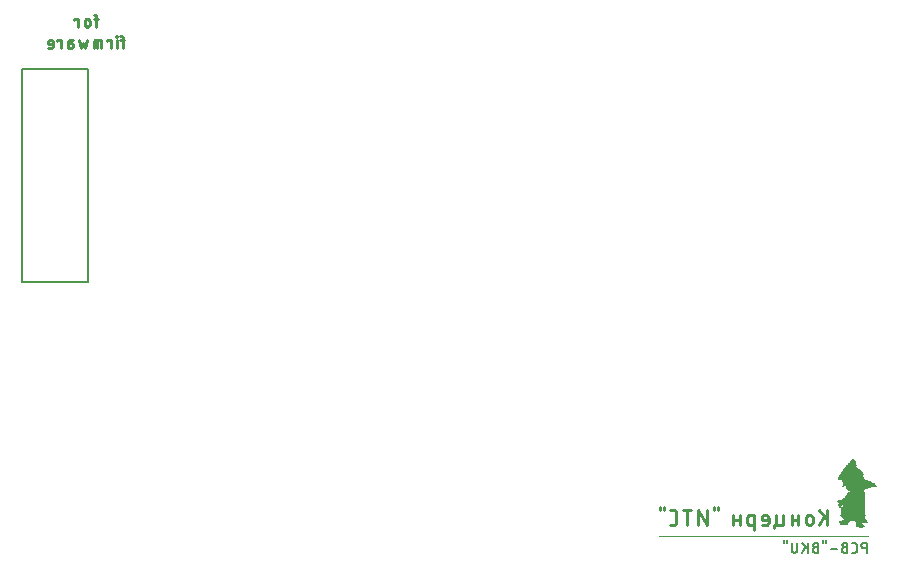
<source format=gbr>
G04 EAGLE Gerber RS-274X export*
G75*
%MOMM*%
%FSLAX34Y34*%
%LPD*%
%INSilkscreen Bottom*%
%IPPOS*%
%AMOC8*
5,1,8,0,0,1.08239X$1,22.5*%
G01*
%ADD10C,0.228600*%
%ADD11C,0.127000*%
%ADD12R,0.168000X0.008000*%
%ADD13R,0.408000X0.008000*%
%ADD14R,0.448000X0.008000*%
%ADD15R,0.480000X0.008000*%
%ADD16R,0.496000X0.008000*%
%ADD17R,0.512000X0.008000*%
%ADD18R,0.528000X0.008000*%
%ADD19R,0.544000X0.008000*%
%ADD20R,0.056000X0.008000*%
%ADD21R,0.656000X0.008000*%
%ADD22R,0.664000X0.008000*%
%ADD23R,0.672000X0.008000*%
%ADD24R,0.648000X0.008000*%
%ADD25R,0.632000X0.008000*%
%ADD26R,0.616000X0.008000*%
%ADD27R,0.600000X0.008000*%
%ADD28R,0.584000X0.008000*%
%ADD29R,0.568000X0.008000*%
%ADD30R,0.560000X0.008000*%
%ADD31R,0.552000X0.008000*%
%ADD32R,0.032000X0.008000*%
%ADD33R,0.224000X0.008000*%
%ADD34R,0.104000X0.008000*%
%ADD35R,0.520000X0.008000*%
%ADD36R,0.680000X0.008000*%
%ADD37R,0.688000X0.008000*%
%ADD38R,0.696000X0.008000*%
%ADD39R,0.536000X0.008000*%
%ADD40R,0.712000X0.008000*%
%ADD41R,0.720000X0.008000*%
%ADD42R,0.728000X0.008000*%
%ADD43R,0.744000X0.008000*%
%ADD44R,0.752000X0.008000*%
%ADD45R,0.760000X0.008000*%
%ADD46R,0.080000X0.008000*%
%ADD47R,0.768000X0.008000*%
%ADD48R,0.184000X0.008000*%
%ADD49R,0.776000X0.008000*%
%ADD50R,0.264000X0.008000*%
%ADD51R,0.304000X0.008000*%
%ADD52R,0.784000X0.008000*%
%ADD53R,0.344000X0.008000*%
%ADD54R,0.488000X0.008000*%
%ADD55R,0.376000X0.008000*%
%ADD56R,0.400000X0.008000*%
%ADD57R,0.472000X0.008000*%
%ADD58R,0.624000X0.008000*%
%ADD59R,0.160000X0.008000*%
%ADD60R,0.424000X0.008000*%
%ADD61R,0.464000X0.008000*%
%ADD62R,0.152000X0.008000*%
%ADD63R,0.904000X0.008000*%
%ADD64R,0.136000X0.008000*%
%ADD65R,0.896000X0.008000*%
%ADD66R,0.120000X0.008000*%
%ADD67R,0.888000X0.008000*%
%ADD68R,0.640000X0.008000*%
%ADD69R,0.112000X0.008000*%
%ADD70R,0.088000X0.008000*%
%ADD71R,0.912000X0.008000*%
%ADD72R,0.920000X0.008000*%
%ADD73R,0.064000X0.008000*%
%ADD74R,0.928000X0.008000*%
%ADD75R,0.936000X0.008000*%
%ADD76R,0.048000X0.008000*%
%ADD77R,0.040000X0.008000*%
%ADD78R,0.024000X0.008000*%
%ADD79R,0.960000X0.008000*%
%ADD80R,1.024000X0.008000*%
%ADD81R,1.096000X0.008000*%
%ADD82R,1.144000X0.008000*%
%ADD83R,0.608000X0.008000*%
%ADD84R,1.184000X0.008000*%
%ADD85R,1.224000X0.008000*%
%ADD86R,0.592000X0.008000*%
%ADD87R,1.256000X0.008000*%
%ADD88R,1.296000X0.008000*%
%ADD89R,1.336000X0.008000*%
%ADD90R,1.360000X0.008000*%
%ADD91R,1.392000X0.008000*%
%ADD92R,1.912000X0.008000*%
%ADD93R,1.888000X0.008000*%
%ADD94R,1.896000X0.008000*%
%ADD95R,1.904000X0.008000*%
%ADD96R,1.880000X0.008000*%
%ADD97R,1.864000X0.008000*%
%ADD98R,1.856000X0.008000*%
%ADD99R,1.848000X0.008000*%
%ADD100R,1.832000X0.008000*%
%ADD101R,1.824000X0.008000*%
%ADD102R,1.840000X0.008000*%
%ADD103R,1.936000X0.008000*%
%ADD104R,1.944000X0.008000*%
%ADD105R,1.968000X0.008000*%
%ADD106R,1.976000X0.008000*%
%ADD107R,1.992000X0.008000*%
%ADD108R,2.000000X0.008000*%
%ADD109R,2.016000X0.008000*%
%ADD110R,2.024000X0.008000*%
%ADD111R,2.040000X0.008000*%
%ADD112R,2.048000X0.008000*%
%ADD113R,2.056000X0.008000*%
%ADD114R,2.064000X0.008000*%
%ADD115R,2.080000X0.008000*%
%ADD116R,2.088000X0.008000*%
%ADD117R,2.096000X0.008000*%
%ADD118R,2.104000X0.008000*%
%ADD119R,2.120000X0.008000*%
%ADD120R,2.112000X0.008000*%
%ADD121R,2.072000X0.008000*%
%ADD122R,2.032000X0.008000*%
%ADD123R,2.008000X0.008000*%
%ADD124R,1.984000X0.008000*%
%ADD125R,1.960000X0.008000*%
%ADD126R,1.952000X0.008000*%
%ADD127R,0.072000X0.008000*%
%ADD128R,1.920000X0.008000*%
%ADD129R,0.176000X0.008000*%
%ADD130R,0.192000X0.008000*%
%ADD131R,0.200000X0.008000*%
%ADD132R,0.208000X0.008000*%
%ADD133R,0.216000X0.008000*%
%ADD134R,0.232000X0.008000*%
%ADD135R,0.240000X0.008000*%
%ADD136R,0.248000X0.008000*%
%ADD137R,0.256000X0.008000*%
%ADD138R,0.272000X0.008000*%
%ADD139R,0.280000X0.008000*%
%ADD140R,0.288000X0.008000*%
%ADD141R,1.816000X0.008000*%
%ADD142R,0.296000X0.008000*%
%ADD143R,1.808000X0.008000*%
%ADD144R,1.800000X0.008000*%
%ADD145R,0.312000X0.008000*%
%ADD146R,1.792000X0.008000*%
%ADD147R,0.320000X0.008000*%
%ADD148R,1.784000X0.008000*%
%ADD149R,0.328000X0.008000*%
%ADD150R,0.336000X0.008000*%
%ADD151R,1.776000X0.008000*%
%ADD152R,1.768000X0.008000*%
%ADD153R,0.352000X0.008000*%
%ADD154R,2.168000X0.008000*%
%ADD155R,2.160000X0.008000*%
%ADD156R,2.152000X0.008000*%
%ADD157R,2.144000X0.008000*%
%ADD158R,0.016000X0.008000*%
%ADD159R,2.208000X0.008000*%
%ADD160R,2.232000X0.008000*%
%ADD161R,2.248000X0.008000*%
%ADD162R,2.256000X0.008000*%
%ADD163R,2.272000X0.008000*%
%ADD164R,2.280000X0.008000*%
%ADD165R,2.288000X0.008000*%
%ADD166R,2.264000X0.008000*%
%ADD167R,2.136000X0.008000*%
%ADD168R,1.872000X0.008000*%
%ADD169R,1.752000X0.008000*%
%ADD170R,1.744000X0.008000*%
%ADD171R,1.728000X0.008000*%
%ADD172R,1.720000X0.008000*%
%ADD173R,1.712000X0.008000*%
%ADD174R,1.704000X0.008000*%
%ADD175R,1.696000X0.008000*%
%ADD176R,1.688000X0.008000*%
%ADD177R,1.672000X0.008000*%
%ADD178R,1.664000X0.008000*%
%ADD179R,1.648000X0.008000*%
%ADD180R,1.640000X0.008000*%
%ADD181R,1.624000X0.008000*%
%ADD182R,1.608000X0.008000*%
%ADD183R,1.600000X0.008000*%
%ADD184R,1.584000X0.008000*%
%ADD185R,1.568000X0.008000*%
%ADD186R,1.560000X0.008000*%
%ADD187R,1.544000X0.008000*%
%ADD188R,1.536000X0.008000*%
%ADD189R,1.528000X0.008000*%
%ADD190R,1.520000X0.008000*%
%ADD191R,1.512000X0.008000*%
%ADD192R,1.504000X0.008000*%
%ADD193R,1.496000X0.008000*%
%ADD194R,1.488000X0.008000*%
%ADD195R,1.480000X0.008000*%
%ADD196R,1.464000X0.008000*%
%ADD197R,1.456000X0.008000*%
%ADD198R,1.448000X0.008000*%
%ADD199R,1.440000X0.008000*%
%ADD200R,1.432000X0.008000*%
%ADD201R,1.424000X0.008000*%
%ADD202R,1.408000X0.008000*%
%ADD203R,1.400000X0.008000*%
%ADD204R,1.384000X0.008000*%
%ADD205R,1.376000X0.008000*%
%ADD206R,1.352000X0.008000*%
%ADD207R,1.344000X0.008000*%
%ADD208R,1.328000X0.008000*%
%ADD209R,1.304000X0.008000*%
%ADD210R,1.288000X0.008000*%
%ADD211R,1.232000X0.008000*%
%ADD212R,1.208000X0.008000*%
%ADD213R,1.200000X0.008000*%
%ADD214R,1.192000X0.008000*%
%ADD215R,1.168000X0.008000*%
%ADD216R,1.160000X0.008000*%
%ADD217R,1.128000X0.008000*%
%ADD218R,1.112000X0.008000*%
%ADD219R,1.104000X0.008000*%
%ADD220R,1.088000X0.008000*%
%ADD221R,1.080000X0.008000*%
%ADD222R,1.072000X0.008000*%
%ADD223R,1.056000X0.008000*%
%ADD224R,1.048000X0.008000*%
%ADD225R,1.248000X0.008000*%
%ADD226R,1.280000X0.008000*%
%ADD227R,1.312000X0.008000*%
%ADD228R,1.656000X0.008000*%
%ADD229R,1.736000X0.008000*%
%ADD230R,1.928000X0.008000*%
%ADD231R,0.008000X0.008000*%
%ADD232R,2.216000X0.008000*%
%ADD233R,2.312000X0.008000*%
%ADD234R,2.552000X0.008000*%
%ADD235R,2.560000X0.008000*%
%ADD236R,2.568000X0.008000*%
%ADD237R,2.576000X0.008000*%
%ADD238R,0.096000X0.008000*%
%ADD239R,2.584000X0.008000*%
%ADD240R,0.128000X0.008000*%
%ADD241R,2.592000X0.008000*%
%ADD242R,0.144000X0.008000*%
%ADD243R,2.600000X0.008000*%
%ADD244R,2.768000X0.008000*%
%ADD245R,2.760000X0.008000*%
%ADD246R,2.744000X0.008000*%
%ADD247R,2.736000X0.008000*%
%ADD248R,2.728000X0.008000*%
%ADD249R,2.720000X0.008000*%
%ADD250R,2.712000X0.008000*%
%ADD251R,2.688000X0.008000*%
%ADD252R,2.680000X0.008000*%
%ADD253R,2.672000X0.008000*%
%ADD254R,2.656000X0.008000*%
%ADD255R,2.648000X0.008000*%
%ADD256R,2.632000X0.008000*%
%ADD257R,2.608000X0.008000*%
%ADD258R,2.544000X0.008000*%
%ADD259R,2.536000X0.008000*%
%ADD260R,2.504000X0.008000*%
%ADD261R,2.488000X0.008000*%
%ADD262R,2.472000X0.008000*%
%ADD263R,2.448000X0.008000*%
%ADD264R,2.432000X0.008000*%
%ADD265R,2.408000X0.008000*%
%ADD266R,2.384000X0.008000*%
%ADD267R,2.368000X0.008000*%
%ADD268R,2.352000X0.008000*%
%ADD269R,2.344000X0.008000*%
%ADD270R,2.336000X0.008000*%
%ADD271R,2.320000X0.008000*%
%ADD272R,2.304000X0.008000*%
%ADD273R,2.296000X0.008000*%
%ADD274R,2.200000X0.008000*%
%ADD275R,2.192000X0.008000*%
%ADD276R,2.176000X0.008000*%
%ADD277R,2.184000X0.008000*%
%ADD278R,1.632000X0.008000*%
%ADD279R,1.576000X0.008000*%
%ADD280R,1.472000X0.008000*%
%ADD281R,1.272000X0.008000*%
%ADD282R,1.216000X0.008000*%
%ADD283R,1.176000X0.008000*%
%ADD284R,1.136000X0.008000*%
%ADD285R,1.040000X0.008000*%
%ADD286R,1.008000X0.008000*%
%ADD287R,1.000000X0.008000*%
%ADD288R,0.984000X0.008000*%
%ADD289R,0.944000X0.008000*%
%ADD290R,0.872000X0.008000*%
%ADD291R,0.864000X0.008000*%
%ADD292R,0.856000X0.008000*%
%ADD293R,0.848000X0.008000*%
%ADD294R,0.840000X0.008000*%
%ADD295R,0.832000X0.008000*%
%ADD296R,0.824000X0.008000*%
%ADD297R,0.816000X0.008000*%
%ADD298R,0.808000X0.008000*%
%ADD299R,0.800000X0.008000*%
%ADD300R,0.792000X0.008000*%
%ADD301R,0.736000X0.008000*%
%ADD302R,0.504000X0.008000*%
%ADD303R,0.456000X0.008000*%
%ADD304R,0.432000X0.008000*%
%ADD305R,0.416000X0.008000*%
%ADD306R,0.392000X0.008000*%
%ADD307R,0.360000X0.008000*%
%ADD308C,0.100000*%
%ADD309C,0.152400*%


D10*
X51801Y456143D02*
X51801Y464238D01*
X51799Y464317D01*
X51793Y464397D01*
X51783Y464476D01*
X51770Y464554D01*
X51752Y464631D01*
X51731Y464708D01*
X51706Y464783D01*
X51678Y464858D01*
X51646Y464930D01*
X51610Y465001D01*
X51571Y465070D01*
X51528Y465137D01*
X51482Y465202D01*
X51434Y465265D01*
X51382Y465325D01*
X51327Y465383D01*
X51269Y465438D01*
X51209Y465490D01*
X51146Y465538D01*
X51081Y465584D01*
X51014Y465627D01*
X50945Y465666D01*
X50874Y465702D01*
X50802Y465734D01*
X50727Y465762D01*
X50652Y465787D01*
X50575Y465808D01*
X50498Y465826D01*
X50420Y465839D01*
X50341Y465849D01*
X50261Y465855D01*
X50182Y465857D01*
X49642Y465857D01*
X49642Y462619D02*
X52880Y462619D01*
X46184Y460460D02*
X46184Y458302D01*
X46185Y460460D02*
X46183Y460552D01*
X46177Y460643D01*
X46168Y460734D01*
X46154Y460825D01*
X46137Y460915D01*
X46115Y461004D01*
X46090Y461092D01*
X46062Y461179D01*
X46029Y461265D01*
X45993Y461349D01*
X45954Y461432D01*
X45911Y461513D01*
X45864Y461592D01*
X45815Y461669D01*
X45762Y461744D01*
X45706Y461816D01*
X45647Y461886D01*
X45585Y461954D01*
X45520Y462019D01*
X45452Y462081D01*
X45382Y462140D01*
X45310Y462196D01*
X45235Y462249D01*
X45158Y462298D01*
X45079Y462345D01*
X44998Y462388D01*
X44915Y462427D01*
X44831Y462463D01*
X44745Y462496D01*
X44658Y462524D01*
X44570Y462549D01*
X44481Y462571D01*
X44391Y462588D01*
X44300Y462602D01*
X44209Y462611D01*
X44118Y462617D01*
X44026Y462619D01*
X43934Y462617D01*
X43843Y462611D01*
X43752Y462602D01*
X43661Y462588D01*
X43571Y462571D01*
X43482Y462549D01*
X43394Y462524D01*
X43307Y462496D01*
X43221Y462463D01*
X43137Y462427D01*
X43054Y462388D01*
X42973Y462345D01*
X42894Y462298D01*
X42817Y462249D01*
X42742Y462196D01*
X42670Y462140D01*
X42600Y462081D01*
X42532Y462019D01*
X42467Y461954D01*
X42405Y461886D01*
X42346Y461816D01*
X42290Y461744D01*
X42237Y461669D01*
X42188Y461592D01*
X42141Y461513D01*
X42098Y461432D01*
X42059Y461349D01*
X42023Y461265D01*
X41990Y461179D01*
X41962Y461092D01*
X41937Y461004D01*
X41915Y460915D01*
X41898Y460825D01*
X41884Y460734D01*
X41875Y460643D01*
X41869Y460552D01*
X41867Y460460D01*
X41867Y458302D01*
X41869Y458210D01*
X41875Y458119D01*
X41884Y458028D01*
X41898Y457937D01*
X41915Y457847D01*
X41937Y457758D01*
X41962Y457670D01*
X41990Y457583D01*
X42023Y457497D01*
X42059Y457413D01*
X42098Y457330D01*
X42141Y457249D01*
X42188Y457170D01*
X42237Y457093D01*
X42290Y457018D01*
X42346Y456946D01*
X42405Y456876D01*
X42467Y456808D01*
X42532Y456743D01*
X42600Y456681D01*
X42670Y456622D01*
X42742Y456566D01*
X42817Y456513D01*
X42894Y456464D01*
X42973Y456417D01*
X43054Y456374D01*
X43137Y456335D01*
X43221Y456299D01*
X43307Y456266D01*
X43394Y456238D01*
X43482Y456213D01*
X43571Y456191D01*
X43661Y456174D01*
X43752Y456160D01*
X43843Y456151D01*
X43934Y456145D01*
X44026Y456143D01*
X44118Y456145D01*
X44209Y456151D01*
X44300Y456160D01*
X44391Y456174D01*
X44481Y456191D01*
X44570Y456213D01*
X44658Y456238D01*
X44745Y456266D01*
X44831Y456299D01*
X44915Y456335D01*
X44998Y456374D01*
X45079Y456417D01*
X45158Y456464D01*
X45235Y456513D01*
X45310Y456566D01*
X45382Y456622D01*
X45452Y456681D01*
X45520Y456743D01*
X45585Y456808D01*
X45647Y456876D01*
X45706Y456946D01*
X45762Y457018D01*
X45815Y457093D01*
X45864Y457170D01*
X45911Y457249D01*
X45954Y457330D01*
X45993Y457413D01*
X46029Y457497D01*
X46062Y457583D01*
X46090Y457670D01*
X46115Y457758D01*
X46137Y457847D01*
X46154Y457937D01*
X46168Y458028D01*
X46177Y458119D01*
X46183Y458210D01*
X46185Y458302D01*
X36358Y456143D02*
X36358Y462619D01*
X33120Y462619D01*
X33120Y461540D01*
X74247Y446238D02*
X74247Y438143D01*
X74247Y446238D02*
X74245Y446317D01*
X74239Y446397D01*
X74229Y446476D01*
X74216Y446554D01*
X74198Y446631D01*
X74177Y446708D01*
X74152Y446783D01*
X74124Y446858D01*
X74092Y446930D01*
X74056Y447001D01*
X74017Y447070D01*
X73974Y447137D01*
X73928Y447202D01*
X73880Y447265D01*
X73828Y447325D01*
X73773Y447383D01*
X73715Y447438D01*
X73655Y447490D01*
X73592Y447538D01*
X73527Y447584D01*
X73460Y447627D01*
X73391Y447666D01*
X73320Y447702D01*
X73248Y447734D01*
X73173Y447762D01*
X73098Y447787D01*
X73021Y447808D01*
X72944Y447826D01*
X72866Y447839D01*
X72787Y447849D01*
X72707Y447855D01*
X72628Y447857D01*
X72088Y447857D01*
X72088Y444619D02*
X75326Y444619D01*
X68992Y444619D02*
X68992Y438143D01*
X69262Y447317D02*
X69262Y447857D01*
X68722Y447857D01*
X68722Y447317D01*
X69262Y447317D01*
X63845Y444619D02*
X63845Y438143D01*
X63845Y444619D02*
X60607Y444619D01*
X60607Y443540D01*
X56030Y444619D02*
X56030Y438143D01*
X56030Y444619D02*
X51173Y444619D01*
X51094Y444617D01*
X51014Y444611D01*
X50935Y444601D01*
X50857Y444588D01*
X50780Y444570D01*
X50703Y444549D01*
X50628Y444524D01*
X50553Y444496D01*
X50481Y444464D01*
X50410Y444428D01*
X50341Y444389D01*
X50274Y444346D01*
X50209Y444300D01*
X50146Y444252D01*
X50086Y444200D01*
X50028Y444145D01*
X49973Y444087D01*
X49921Y444027D01*
X49873Y443964D01*
X49827Y443899D01*
X49784Y443832D01*
X49745Y443763D01*
X49709Y443692D01*
X49677Y443620D01*
X49649Y443545D01*
X49624Y443470D01*
X49603Y443393D01*
X49585Y443316D01*
X49572Y443238D01*
X49562Y443159D01*
X49556Y443079D01*
X49554Y443000D01*
X49554Y438143D01*
X52792Y438143D02*
X52792Y444619D01*
X43790Y444619D02*
X42171Y438143D01*
X40552Y442460D01*
X38933Y438143D01*
X37314Y444619D01*
X30476Y441921D02*
X28048Y441921D01*
X30476Y441921D02*
X30562Y441919D01*
X30648Y441913D01*
X30733Y441903D01*
X30818Y441890D01*
X30902Y441872D01*
X30986Y441851D01*
X31068Y441826D01*
X31149Y441797D01*
X31229Y441765D01*
X31307Y441729D01*
X31383Y441689D01*
X31457Y441646D01*
X31530Y441600D01*
X31600Y441550D01*
X31668Y441497D01*
X31734Y441442D01*
X31796Y441383D01*
X31857Y441321D01*
X31914Y441257D01*
X31968Y441190D01*
X32019Y441121D01*
X32067Y441050D01*
X32112Y440977D01*
X32153Y440901D01*
X32191Y440824D01*
X32225Y440745D01*
X32256Y440665D01*
X32283Y440583D01*
X32306Y440500D01*
X32325Y440416D01*
X32341Y440332D01*
X32353Y440247D01*
X32361Y440161D01*
X32365Y440075D01*
X32365Y439989D01*
X32361Y439903D01*
X32353Y439817D01*
X32341Y439732D01*
X32325Y439648D01*
X32306Y439564D01*
X32283Y439481D01*
X32256Y439399D01*
X32225Y439319D01*
X32191Y439240D01*
X32153Y439163D01*
X32112Y439088D01*
X32067Y439014D01*
X32019Y438943D01*
X31968Y438874D01*
X31914Y438807D01*
X31857Y438743D01*
X31796Y438681D01*
X31734Y438622D01*
X31668Y438567D01*
X31600Y438514D01*
X31530Y438464D01*
X31457Y438418D01*
X31383Y438375D01*
X31307Y438335D01*
X31229Y438299D01*
X31149Y438267D01*
X31068Y438238D01*
X30986Y438213D01*
X30902Y438192D01*
X30818Y438174D01*
X30733Y438161D01*
X30648Y438151D01*
X30562Y438145D01*
X30476Y438143D01*
X28048Y438143D01*
X28048Y443000D01*
X28050Y443079D01*
X28056Y443159D01*
X28066Y443238D01*
X28079Y443316D01*
X28097Y443393D01*
X28118Y443470D01*
X28143Y443545D01*
X28171Y443620D01*
X28203Y443692D01*
X28239Y443763D01*
X28278Y443832D01*
X28321Y443899D01*
X28367Y443964D01*
X28415Y444027D01*
X28467Y444087D01*
X28522Y444145D01*
X28580Y444200D01*
X28640Y444252D01*
X28703Y444300D01*
X28768Y444346D01*
X28835Y444389D01*
X28904Y444428D01*
X28975Y444464D01*
X29047Y444496D01*
X29122Y444524D01*
X29197Y444549D01*
X29274Y444570D01*
X29351Y444588D01*
X29429Y444601D01*
X29508Y444611D01*
X29588Y444617D01*
X29667Y444619D01*
X31825Y444619D01*
X22085Y444619D02*
X22085Y438143D01*
X22085Y444619D02*
X18847Y444619D01*
X18847Y443540D01*
X13372Y438143D02*
X10674Y438143D01*
X13372Y438143D02*
X13451Y438145D01*
X13531Y438151D01*
X13610Y438161D01*
X13688Y438174D01*
X13765Y438192D01*
X13842Y438213D01*
X13917Y438238D01*
X13992Y438266D01*
X14064Y438298D01*
X14135Y438334D01*
X14204Y438373D01*
X14271Y438416D01*
X14336Y438462D01*
X14399Y438510D01*
X14459Y438562D01*
X14517Y438617D01*
X14572Y438675D01*
X14624Y438735D01*
X14672Y438798D01*
X14718Y438863D01*
X14761Y438930D01*
X14800Y438999D01*
X14836Y439070D01*
X14868Y439142D01*
X14896Y439217D01*
X14921Y439292D01*
X14942Y439369D01*
X14960Y439446D01*
X14973Y439524D01*
X14983Y439603D01*
X14989Y439683D01*
X14991Y439762D01*
X14991Y442460D01*
X14989Y442552D01*
X14983Y442643D01*
X14974Y442734D01*
X14960Y442825D01*
X14943Y442915D01*
X14921Y443004D01*
X14896Y443092D01*
X14868Y443179D01*
X14835Y443265D01*
X14799Y443349D01*
X14760Y443432D01*
X14717Y443513D01*
X14670Y443592D01*
X14621Y443669D01*
X14568Y443744D01*
X14512Y443816D01*
X14453Y443886D01*
X14391Y443954D01*
X14326Y444019D01*
X14258Y444081D01*
X14188Y444140D01*
X14116Y444196D01*
X14041Y444249D01*
X13964Y444298D01*
X13885Y444345D01*
X13804Y444388D01*
X13721Y444427D01*
X13637Y444463D01*
X13551Y444496D01*
X13464Y444524D01*
X13376Y444549D01*
X13287Y444571D01*
X13197Y444588D01*
X13106Y444602D01*
X13015Y444611D01*
X12924Y444617D01*
X12832Y444619D01*
X12740Y444617D01*
X12649Y444611D01*
X12558Y444602D01*
X12467Y444588D01*
X12377Y444571D01*
X12288Y444549D01*
X12200Y444524D01*
X12113Y444496D01*
X12027Y444463D01*
X11943Y444427D01*
X11860Y444388D01*
X11779Y444345D01*
X11700Y444298D01*
X11623Y444249D01*
X11548Y444196D01*
X11476Y444140D01*
X11406Y444081D01*
X11338Y444019D01*
X11273Y443954D01*
X11211Y443886D01*
X11152Y443816D01*
X11096Y443744D01*
X11043Y443669D01*
X10994Y443592D01*
X10947Y443513D01*
X10904Y443432D01*
X10865Y443349D01*
X10829Y443265D01*
X10796Y443179D01*
X10768Y443092D01*
X10743Y443004D01*
X10721Y442915D01*
X10704Y442825D01*
X10690Y442734D01*
X10681Y442643D01*
X10675Y442552D01*
X10673Y442460D01*
X10674Y442460D02*
X10674Y441381D01*
X14991Y441381D01*
D11*
X-11000Y240000D02*
X45000Y240000D01*
X-11000Y240000D02*
X-11000Y420000D01*
X45000Y420000D01*
X45000Y240000D01*
D12*
X698520Y31880D03*
D13*
X699400Y31960D03*
D14*
X699520Y32040D03*
D15*
X699600Y32120D03*
D16*
X699600Y32200D03*
D17*
X699600Y32280D03*
D18*
X699600Y32360D03*
D19*
X699520Y32440D03*
D20*
X696120Y32440D03*
D21*
X698960Y32520D03*
D22*
X698920Y32600D03*
D23*
X698880Y32680D03*
X698880Y32760D03*
D22*
X698840Y32840D03*
D23*
X698800Y32920D03*
D22*
X698760Y33000D03*
D21*
X698720Y33080D03*
D24*
X698680Y33160D03*
D25*
X698600Y33240D03*
D26*
X698600Y33320D03*
D27*
X698520Y33400D03*
D28*
X698440Y33480D03*
D29*
X698360Y33560D03*
D30*
X698320Y33640D03*
D31*
X698280Y33720D03*
D32*
X687920Y33720D03*
D19*
X698240Y33800D03*
D20*
X687800Y33800D03*
D33*
X684080Y33800D03*
D18*
X698240Y33880D03*
D34*
X687560Y33880D03*
D13*
X683960Y33880D03*
D35*
X698200Y33960D03*
D24*
X684840Y33960D03*
D35*
X698200Y34040D03*
D22*
X684760Y34040D03*
D35*
X698120Y34120D03*
D36*
X684680Y34120D03*
D35*
X698120Y34200D03*
D37*
X684640Y34200D03*
D17*
X698080Y34280D03*
D38*
X684600Y34280D03*
D18*
X698000Y34360D03*
D38*
X684600Y34360D03*
D39*
X697960Y34440D03*
D40*
X684600Y34440D03*
D39*
X697880Y34520D03*
D40*
X684600Y34520D03*
D39*
X697880Y34600D03*
D41*
X684560Y34600D03*
D39*
X697800Y34680D03*
D41*
X684560Y34680D03*
D39*
X697800Y34760D03*
D42*
X684600Y34760D03*
D19*
X697760Y34840D03*
D42*
X684600Y34840D03*
D39*
X697720Y34920D03*
D42*
X684600Y34920D03*
D39*
X697720Y35000D03*
D43*
X684600Y35000D03*
D18*
X697680Y35080D03*
D43*
X684600Y35080D03*
D18*
X697680Y35160D03*
D44*
X684640Y35160D03*
D18*
X697680Y35240D03*
D44*
X684640Y35240D03*
D35*
X697640Y35320D03*
D45*
X684680Y35320D03*
D35*
X697640Y35400D03*
D45*
X684680Y35400D03*
D46*
X703040Y35480D03*
D17*
X697600Y35480D03*
D47*
X684720Y35480D03*
D48*
X703000Y35560D03*
D17*
X697600Y35560D03*
D49*
X684760Y35560D03*
D50*
X702920Y35640D03*
D16*
X697600Y35640D03*
D49*
X684760Y35640D03*
D51*
X702800Y35720D03*
D16*
X697600Y35720D03*
D52*
X684800Y35720D03*
D53*
X702600Y35800D03*
D54*
X697560Y35800D03*
D52*
X684880Y35800D03*
D55*
X702440Y35880D03*
D15*
X697600Y35880D03*
D52*
X684880Y35880D03*
D56*
X702320Y35960D03*
D57*
X697560Y35960D03*
D58*
X685760Y35960D03*
D59*
X681760Y35960D03*
D60*
X702200Y36040D03*
D61*
X697600Y36040D03*
D25*
X685800Y36040D03*
D62*
X681720Y36040D03*
D63*
X699800Y36120D03*
D25*
X685880Y36120D03*
D64*
X681640Y36120D03*
D65*
X699840Y36200D03*
D25*
X685880Y36200D03*
D66*
X681560Y36200D03*
D67*
X699880Y36280D03*
D68*
X685920Y36280D03*
D69*
X681520Y36280D03*
D63*
X699800Y36360D03*
D68*
X686000Y36360D03*
D70*
X681480Y36360D03*
D71*
X699680Y36440D03*
D68*
X686080Y36440D03*
D46*
X681440Y36440D03*
D72*
X699640Y36520D03*
D24*
X686120Y36520D03*
D73*
X681360Y36520D03*
D74*
X699600Y36600D03*
D68*
X686160Y36600D03*
D73*
X681360Y36600D03*
D75*
X699560Y36680D03*
D24*
X686200Y36680D03*
D76*
X681360Y36680D03*
D74*
X699520Y36760D03*
D68*
X686240Y36760D03*
D77*
X681320Y36760D03*
D75*
X699480Y36840D03*
D68*
X686320Y36840D03*
D32*
X681280Y36840D03*
D75*
X699480Y36920D03*
D68*
X686320Y36920D03*
D78*
X681320Y36920D03*
D74*
X699440Y37000D03*
D68*
X686400Y37000D03*
D74*
X699440Y37080D03*
D25*
X686440Y37080D03*
D79*
X699280Y37160D03*
D58*
X686480Y37160D03*
D80*
X698880Y37240D03*
D58*
X686560Y37240D03*
D81*
X698520Y37320D03*
D26*
X686600Y37320D03*
D82*
X698280Y37400D03*
D83*
X686640Y37400D03*
D84*
X698000Y37480D03*
D27*
X686680Y37480D03*
D85*
X697800Y37560D03*
D86*
X686720Y37560D03*
D87*
X697560Y37640D03*
D28*
X686760Y37640D03*
D88*
X697360Y37720D03*
D30*
X686800Y37720D03*
D89*
X697160Y37800D03*
D31*
X686840Y37800D03*
D90*
X696960Y37880D03*
D39*
X686920Y37880D03*
D91*
X696800Y37960D03*
D35*
X687000Y37960D03*
D92*
X694120Y38040D03*
D93*
X694240Y38120D03*
X694160Y38200D03*
D94*
X694120Y38280D03*
X694040Y38360D03*
D95*
X694000Y38440D03*
X693920Y38520D03*
D92*
X693880Y38600D03*
X693800Y38680D03*
D95*
X693760Y38760D03*
D92*
X693720Y38840D03*
D95*
X693680Y38920D03*
D92*
X693640Y39000D03*
D95*
X693600Y39080D03*
D94*
X693560Y39160D03*
X693560Y39240D03*
D93*
X693520Y39320D03*
D96*
X693480Y39400D03*
D97*
X693480Y39480D03*
D98*
X693440Y39560D03*
X693440Y39640D03*
D99*
X693400Y39720D03*
D100*
X693400Y39800D03*
D101*
X693360Y39880D03*
D102*
X693200Y39960D03*
X693120Y40040D03*
D99*
X693000Y40120D03*
D97*
X692920Y40200D03*
D93*
X692880Y40280D03*
D94*
X692840Y40360D03*
D92*
X692760Y40440D03*
D103*
X692720Y40520D03*
D104*
X692680Y40600D03*
D105*
X692640Y40680D03*
D106*
X692600Y40760D03*
D107*
X692520Y40840D03*
D108*
X692480Y40920D03*
D109*
X692480Y41000D03*
D110*
X692440Y41080D03*
D111*
X692360Y41160D03*
D112*
X692320Y41240D03*
D113*
X692280Y41320D03*
D114*
X692240Y41400D03*
D115*
X692240Y41480D03*
D116*
X692200Y41560D03*
D117*
X692160Y41640D03*
D118*
X692120Y41720D03*
D119*
X692040Y41800D03*
X692040Y41880D03*
X692040Y41960D03*
X692040Y42040D03*
X692040Y42120D03*
D120*
X692080Y42200D03*
X692080Y42280D03*
X692080Y42360D03*
D118*
X692120Y42440D03*
X692120Y42520D03*
D117*
X692160Y42600D03*
X692160Y42680D03*
X692160Y42760D03*
D116*
X692200Y42840D03*
X692200Y42920D03*
X692200Y43000D03*
X692200Y43080D03*
D115*
X692240Y43160D03*
X692240Y43240D03*
X692240Y43320D03*
X692240Y43400D03*
D121*
X692280Y43480D03*
X692280Y43560D03*
X692280Y43640D03*
X692280Y43720D03*
D114*
X692320Y43800D03*
X692320Y43880D03*
X692320Y43960D03*
X692320Y44040D03*
D113*
X692360Y44120D03*
X692360Y44200D03*
X692360Y44280D03*
X692360Y44360D03*
D112*
X692400Y44440D03*
X692400Y44520D03*
X692400Y44600D03*
X692400Y44680D03*
X692400Y44760D03*
X692400Y44840D03*
D111*
X692440Y44920D03*
X692440Y45000D03*
X692440Y45080D03*
X692440Y45160D03*
D122*
X692480Y45240D03*
X692480Y45320D03*
X692480Y45400D03*
X692480Y45480D03*
D110*
X692520Y45560D03*
X692520Y45640D03*
X692520Y45720D03*
X692520Y45800D03*
D109*
X692560Y45880D03*
X692560Y45960D03*
X692560Y46040D03*
X692560Y46120D03*
X692560Y46200D03*
D123*
X692600Y46280D03*
X692600Y46360D03*
X692600Y46440D03*
D108*
X692640Y46520D03*
X692640Y46600D03*
X692640Y46680D03*
X692640Y46760D03*
D107*
X692680Y46840D03*
X692680Y46920D03*
X692680Y47000D03*
X692680Y47080D03*
D124*
X692720Y47160D03*
X692720Y47240D03*
X692720Y47320D03*
D106*
X692760Y47400D03*
X692760Y47480D03*
X692760Y47560D03*
D105*
X692800Y47640D03*
X692800Y47720D03*
X692800Y47800D03*
D125*
X692840Y47880D03*
X692840Y47960D03*
X692840Y48040D03*
D126*
X692880Y48120D03*
X692880Y48200D03*
D104*
X692920Y48280D03*
X692920Y48360D03*
D32*
X681360Y48360D03*
D104*
X692920Y48440D03*
D76*
X681360Y48440D03*
D103*
X692960Y48520D03*
D127*
X681400Y48520D03*
D103*
X692960Y48600D03*
D69*
X681280Y48600D03*
D128*
X692960Y48680D03*
D64*
X681240Y48680D03*
D128*
X692960Y48760D03*
D62*
X681240Y48760D03*
D92*
X693000Y48840D03*
D12*
X681240Y48840D03*
D92*
X693000Y48920D03*
D129*
X681280Y48920D03*
D95*
X693040Y49000D03*
D48*
X681320Y49000D03*
D95*
X693040Y49080D03*
D130*
X681360Y49080D03*
D95*
X693040Y49160D03*
D130*
X681360Y49160D03*
D94*
X693080Y49240D03*
D131*
X681400Y49240D03*
D94*
X693080Y49320D03*
D132*
X681440Y49320D03*
D93*
X693120Y49400D03*
D132*
X681440Y49400D03*
D93*
X693120Y49480D03*
D133*
X681480Y49480D03*
D96*
X693160Y49560D03*
D133*
X681480Y49560D03*
D96*
X693160Y49640D03*
D33*
X681520Y49640D03*
D96*
X693160Y49720D03*
D133*
X681560Y49720D03*
D97*
X693160Y49800D03*
D33*
X681600Y49800D03*
D97*
X693160Y49880D03*
D33*
X681600Y49880D03*
D98*
X693200Y49960D03*
D134*
X681640Y49960D03*
D98*
X693200Y50040D03*
D135*
X681600Y50040D03*
D99*
X693240Y50120D03*
D136*
X681640Y50120D03*
D99*
X693240Y50200D03*
D137*
X681680Y50200D03*
D99*
X693240Y50280D03*
D137*
X681680Y50280D03*
D102*
X693280Y50360D03*
D50*
X681720Y50360D03*
D102*
X693280Y50440D03*
D138*
X681680Y50440D03*
D100*
X693320Y50520D03*
D139*
X681720Y50520D03*
D100*
X693320Y50600D03*
D140*
X681760Y50600D03*
D100*
X693320Y50680D03*
D140*
X681760Y50680D03*
D101*
X693360Y50760D03*
D140*
X681840Y50760D03*
D101*
X693360Y50840D03*
D140*
X681840Y50840D03*
D141*
X693400Y50920D03*
D142*
X681880Y50920D03*
D141*
X693400Y51000D03*
D51*
X681920Y51000D03*
D143*
X693440Y51080D03*
D51*
X681920Y51080D03*
D144*
X693400Y51160D03*
D145*
X681960Y51160D03*
D144*
X693400Y51240D03*
D145*
X682040Y51240D03*
D146*
X693440Y51320D03*
D145*
X682040Y51320D03*
D146*
X693440Y51400D03*
D147*
X682080Y51400D03*
D148*
X693480Y51480D03*
D149*
X682120Y51480D03*
D148*
X693480Y51560D03*
D149*
X682200Y51560D03*
D148*
X693480Y51640D03*
D150*
X682240Y51640D03*
D151*
X693520Y51720D03*
D53*
X682280Y51720D03*
D151*
X693520Y51800D03*
D150*
X682320Y51800D03*
D152*
X693560Y51880D03*
D53*
X682360Y51880D03*
D152*
X693560Y51960D03*
D153*
X682400Y51960D03*
D154*
X691560Y52040D03*
X691560Y52120D03*
D155*
X691600Y52200D03*
X691600Y52280D03*
D156*
X691640Y52360D03*
X691640Y52440D03*
X691640Y52520D03*
D157*
X691680Y52600D03*
X691680Y52680D03*
X691680Y52760D03*
D158*
X680800Y52760D03*
D159*
X691360Y52840D03*
D160*
X691240Y52920D03*
D161*
X691160Y53000D03*
D162*
X691120Y53080D03*
D163*
X691040Y53160D03*
D164*
X691000Y53240D03*
X691000Y53320D03*
D165*
X690960Y53400D03*
X690960Y53480D03*
X690960Y53560D03*
X690960Y53640D03*
X690960Y53720D03*
X690960Y53800D03*
D164*
X691000Y53880D03*
X691000Y53960D03*
D166*
X691080Y54040D03*
D162*
X691120Y54120D03*
D167*
X691720Y54200D03*
D77*
X680360Y54200D03*
D119*
X691800Y54280D03*
D120*
X691840Y54360D03*
D118*
X691880Y54440D03*
D116*
X691960Y54520D03*
D121*
X692040Y54600D03*
D113*
X692120Y54680D03*
D122*
X692240Y54760D03*
D95*
X692880Y54840D03*
D46*
X682880Y54840D03*
D95*
X692880Y54920D03*
X692880Y55000D03*
X692880Y55080D03*
X692880Y55160D03*
D94*
X692920Y55240D03*
D93*
X692960Y55320D03*
X692960Y55400D03*
D96*
X693000Y55480D03*
D168*
X693040Y55560D03*
D98*
X693120Y55640D03*
D99*
X693160Y55720D03*
D102*
X693200Y55800D03*
D101*
X693280Y55880D03*
D141*
X693320Y55960D03*
D144*
X693400Y56040D03*
D146*
X693440Y56120D03*
D151*
X693520Y56200D03*
D152*
X693560Y56280D03*
D169*
X693640Y56360D03*
D170*
X693680Y56440D03*
D171*
X693760Y56520D03*
D172*
X693800Y56600D03*
X693800Y56680D03*
X693800Y56760D03*
X693800Y56840D03*
D171*
X693840Y56920D03*
X693760Y57000D03*
X693760Y57080D03*
X693760Y57160D03*
X693840Y57240D03*
X693840Y57320D03*
D172*
X693880Y57400D03*
D173*
X693920Y57480D03*
D174*
X693960Y57560D03*
D175*
X694000Y57640D03*
D176*
X694040Y57720D03*
D177*
X694120Y57800D03*
D178*
X694160Y57880D03*
D179*
X694240Y57960D03*
D180*
X694280Y58040D03*
D181*
X694360Y58120D03*
D182*
X694440Y58200D03*
D183*
X694480Y58280D03*
D184*
X694560Y58360D03*
D185*
X694560Y58440D03*
D186*
X694600Y58520D03*
D187*
X694680Y58600D03*
D188*
X694720Y58680D03*
D189*
X694760Y58760D03*
D190*
X694800Y58840D03*
D191*
X694840Y58920D03*
D192*
X694880Y59000D03*
D193*
X694920Y59080D03*
D194*
X694960Y59160D03*
D195*
X695000Y59240D03*
D196*
X695080Y59320D03*
D197*
X695120Y59400D03*
D198*
X695160Y59480D03*
D199*
X695200Y59560D03*
D198*
X695160Y59640D03*
X695160Y59720D03*
X695160Y59800D03*
X695160Y59880D03*
X695160Y59960D03*
D199*
X695120Y60040D03*
X695120Y60120D03*
X695120Y60200D03*
D200*
X695160Y60280D03*
X695160Y60360D03*
D201*
X695200Y60440D03*
X695200Y60520D03*
D202*
X695200Y60600D03*
X695200Y60680D03*
D203*
X695240Y60760D03*
D91*
X695280Y60840D03*
X695280Y60920D03*
D204*
X695320Y61000D03*
D205*
X695360Y61080D03*
D90*
X695360Y61160D03*
D206*
X695400Y61240D03*
D207*
X695440Y61320D03*
D89*
X695480Y61400D03*
D208*
X695520Y61480D03*
D209*
X695560Y61560D03*
D210*
X695640Y61640D03*
D211*
X695920Y61720D03*
D85*
X695960Y61800D03*
D212*
X695960Y61880D03*
D213*
X696000Y61960D03*
D214*
X696040Y62040D03*
D84*
X696080Y62120D03*
D215*
X696080Y62200D03*
X696080Y62280D03*
D216*
X696120Y62360D03*
D82*
X696120Y62440D03*
D217*
X696200Y62520D03*
D218*
X696200Y62600D03*
D219*
X696240Y62680D03*
D220*
X696240Y62760D03*
D221*
X696280Y62840D03*
D222*
X696320Y62920D03*
D223*
X696320Y63000D03*
D224*
X696360Y63080D03*
D217*
X695880Y63160D03*
D225*
X695360Y63240D03*
D226*
X695280Y63320D03*
D227*
X695200Y63400D03*
D89*
X695160Y63480D03*
D90*
X695200Y63560D03*
D204*
X695160Y63640D03*
D202*
X695200Y63720D03*
D201*
X695200Y63800D03*
D197*
X695200Y63880D03*
D195*
X695240Y63960D03*
D193*
X695240Y64040D03*
D190*
X695280Y64120D03*
D187*
X695320Y64200D03*
D185*
X695360Y64280D03*
D184*
X695440Y64360D03*
D182*
X695480Y64440D03*
D180*
X695560Y64520D03*
D228*
X695640Y64600D03*
D176*
X695720Y64680D03*
D172*
X695800Y64760D03*
D229*
X695880Y64840D03*
D152*
X695960Y64920D03*
D146*
X696080Y65000D03*
D141*
X696200Y65080D03*
D102*
X696320Y65160D03*
D168*
X696480Y65240D03*
D94*
X696600Y65320D03*
D230*
X696680Y65400D03*
D125*
X696840Y65480D03*
D107*
X697000Y65560D03*
D109*
X697120Y65640D03*
D112*
X697280Y65720D03*
D115*
X697440Y65800D03*
D119*
X697640Y65880D03*
D155*
X697840Y65960D03*
D231*
X712280Y66040D03*
D232*
X698120Y66040D03*
D73*
X712160Y66120D03*
D166*
X698360Y66120D03*
D78*
X684360Y66120D03*
D34*
X711960Y66200D03*
D233*
X698600Y66200D03*
D32*
X684400Y66200D03*
D234*
X699720Y66280D03*
D76*
X684400Y66280D03*
D234*
X699720Y66360D03*
D20*
X684440Y66360D03*
D235*
X699680Y66440D03*
D73*
X684480Y66440D03*
D236*
X699640Y66520D03*
D127*
X684520Y66520D03*
D236*
X699640Y66600D03*
D46*
X684560Y66600D03*
D236*
X699560Y66680D03*
D46*
X684560Y66680D03*
D237*
X699520Y66760D03*
D70*
X684600Y66760D03*
D237*
X699440Y66840D03*
D238*
X684640Y66840D03*
D237*
X699440Y66920D03*
D34*
X684680Y66920D03*
D237*
X699360Y67000D03*
D69*
X684720Y67000D03*
D239*
X699320Y67080D03*
D66*
X684760Y67080D03*
D239*
X699240Y67160D03*
D240*
X684800Y67160D03*
D239*
X699160Y67240D03*
D64*
X684840Y67240D03*
D241*
X699120Y67320D03*
D242*
X684880Y67320D03*
D243*
X699000Y67400D03*
D62*
X684920Y67400D03*
D243*
X698920Y67480D03*
D59*
X684960Y67480D03*
D244*
X698000Y67560D03*
D245*
X697960Y67640D03*
D246*
X697880Y67720D03*
D247*
X697840Y67800D03*
D248*
X697800Y67880D03*
D249*
X697760Y67960D03*
D250*
X697720Y68040D03*
D251*
X697680Y68120D03*
D252*
X697640Y68200D03*
D253*
X697600Y68280D03*
D254*
X697520Y68360D03*
D255*
X697480Y68440D03*
D256*
X697400Y68520D03*
D257*
X697360Y68600D03*
D243*
X697320Y68680D03*
D239*
X697240Y68760D03*
D235*
X697120Y68840D03*
D258*
X697040Y68920D03*
D259*
X697000Y69000D03*
D260*
X696920Y69080D03*
D261*
X696840Y69160D03*
D262*
X696760Y69240D03*
D263*
X696640Y69320D03*
D264*
X696560Y69400D03*
D265*
X696520Y69480D03*
D266*
X696400Y69560D03*
D267*
X696320Y69640D03*
D268*
X696160Y69720D03*
D269*
X696040Y69800D03*
D270*
X695920Y69880D03*
D271*
X695760Y69960D03*
D233*
X695640Y70040D03*
D272*
X695520Y70120D03*
D273*
X695400Y70200D03*
D164*
X695240Y70280D03*
D163*
X695120Y70360D03*
D166*
X694920Y70440D03*
D162*
X694800Y70520D03*
D161*
X694680Y70600D03*
D160*
X694600Y70680D03*
D232*
X694440Y70760D03*
D274*
X694280Y70840D03*
D275*
X694160Y70920D03*
D154*
X694040Y71000D03*
D167*
X693880Y71080D03*
D118*
X693800Y71160D03*
D121*
X693640Y71240D03*
D122*
X693440Y71320D03*
D124*
X693280Y71400D03*
D103*
X693120Y71480D03*
D94*
X692920Y71560D03*
D100*
X692680Y71640D03*
D101*
X692640Y71720D03*
D102*
X692640Y71800D03*
D99*
X692600Y71880D03*
D98*
X692560Y71960D03*
D96*
X692520Y72040D03*
D93*
X692480Y72120D03*
D242*
X682160Y72120D03*
D115*
X691520Y72200D03*
D118*
X691400Y72280D03*
D119*
X691320Y72360D03*
D167*
X691240Y72440D03*
D157*
X691200Y72520D03*
D155*
X691120Y72600D03*
D154*
X691080Y72680D03*
D276*
X691040Y72760D03*
D277*
X691000Y72840D03*
D275*
X690960Y72920D03*
D274*
X690920Y73000D03*
X690920Y73080D03*
X690920Y73160D03*
X690920Y73240D03*
X690920Y73320D03*
D275*
X690880Y73400D03*
X690880Y73480D03*
D277*
X690920Y73560D03*
D276*
X690880Y73640D03*
X690880Y73720D03*
X690880Y73800D03*
D155*
X690880Y73880D03*
X690880Y73960D03*
D156*
X690840Y74040D03*
D167*
X690840Y74120D03*
X690840Y74200D03*
D119*
X690840Y74280D03*
D120*
X690800Y74360D03*
D117*
X690800Y74440D03*
X690800Y74520D03*
D115*
X690800Y74600D03*
X690800Y74680D03*
D121*
X690840Y74760D03*
X690840Y74840D03*
D114*
X690880Y74920D03*
D113*
X690840Y75000D03*
D112*
X690880Y75080D03*
D111*
X690920Y75160D03*
X690920Y75240D03*
D122*
X690960Y75320D03*
D110*
X691000Y75400D03*
X691000Y75480D03*
D109*
X691040Y75560D03*
X691040Y75640D03*
D123*
X691080Y75720D03*
D108*
X691120Y75800D03*
D107*
X691160Y75880D03*
X691160Y75960D03*
D124*
X691200Y76040D03*
D106*
X691240Y76120D03*
X691240Y76200D03*
D105*
X691280Y76280D03*
D125*
X691320Y76360D03*
D126*
X691280Y76440D03*
D104*
X691320Y76520D03*
D103*
X691360Y76600D03*
X691360Y76680D03*
D230*
X691400Y76760D03*
D128*
X691440Y76840D03*
D92*
X691480Y76920D03*
X691480Y77000D03*
D95*
X691520Y77080D03*
D93*
X691520Y77160D03*
X691520Y77240D03*
D96*
X691560Y77320D03*
D168*
X691600Y77400D03*
D98*
X691600Y77480D03*
X691600Y77560D03*
D99*
X691640Y77640D03*
D100*
X691640Y77720D03*
X691640Y77800D03*
D101*
X691680Y77880D03*
D143*
X691680Y77960D03*
D144*
X691720Y78040D03*
D146*
X691680Y78120D03*
D148*
X691720Y78200D03*
D152*
X691720Y78280D03*
D169*
X691720Y78360D03*
X691720Y78440D03*
D229*
X691720Y78520D03*
D171*
X691760Y78600D03*
D172*
X691720Y78680D03*
D174*
X691720Y78760D03*
D176*
X691720Y78840D03*
X691720Y78920D03*
D177*
X691720Y79000D03*
D228*
X691720Y79080D03*
D180*
X691720Y79160D03*
D278*
X691680Y79240D03*
D181*
X691720Y79320D03*
D182*
X691720Y79400D03*
D183*
X691680Y79480D03*
D279*
X691640Y79560D03*
D186*
X691640Y79640D03*
D187*
X691640Y79720D03*
D188*
X691600Y79800D03*
D190*
X691600Y79880D03*
D192*
X691600Y79960D03*
D194*
X691520Y80040D03*
D280*
X691520Y80120D03*
D197*
X691520Y80200D03*
D200*
X691480Y80280D03*
D201*
X691440Y80360D03*
D203*
X691400Y80440D03*
D205*
X691360Y80520D03*
D90*
X691360Y80600D03*
D207*
X691280Y80680D03*
D227*
X691200Y80760D03*
D88*
X691200Y80840D03*
D226*
X691200Y80920D03*
D281*
X691160Y81000D03*
D87*
X691160Y81080D03*
D211*
X691120Y81160D03*
D282*
X691120Y81240D03*
D212*
X691080Y81320D03*
D214*
X691080Y81400D03*
D283*
X691080Y81480D03*
D216*
X691080Y81560D03*
D82*
X691080Y81640D03*
D284*
X691040Y81720D03*
D218*
X691000Y81800D03*
D81*
X691000Y81880D03*
D221*
X691000Y81960D03*
D222*
X690960Y82040D03*
D223*
X690960Y82120D03*
D285*
X690960Y82200D03*
D80*
X690960Y82280D03*
D286*
X690960Y82360D03*
D287*
X690920Y82440D03*
D288*
X690920Y82520D03*
D79*
X690880Y82600D03*
D289*
X690880Y82680D03*
D74*
X690880Y82760D03*
D72*
X690840Y82840D03*
D63*
X690840Y82920D03*
D67*
X690840Y83000D03*
D290*
X690840Y83080D03*
D291*
X690880Y83160D03*
X690960Y83240D03*
X690960Y83320D03*
D292*
X691000Y83400D03*
D293*
X691040Y83480D03*
D294*
X691080Y83560D03*
D295*
X691120Y83640D03*
X691120Y83720D03*
D296*
X691160Y83800D03*
D297*
X691200Y83880D03*
D298*
X691240Y83960D03*
D299*
X691280Y84040D03*
D300*
X691320Y84120D03*
X691320Y84200D03*
D52*
X691360Y84280D03*
D49*
X691400Y84360D03*
D47*
X691440Y84440D03*
D45*
X691480Y84520D03*
D43*
X691480Y84600D03*
D301*
X691520Y84680D03*
D42*
X691560Y84760D03*
D41*
X691600Y84840D03*
X691600Y84920D03*
D40*
X691640Y85000D03*
D38*
X691640Y85080D03*
D37*
X691680Y85160D03*
D36*
X691720Y85240D03*
D23*
X691760Y85320D03*
D22*
X691800Y85400D03*
D21*
X691840Y85480D03*
D68*
X691840Y85560D03*
X691840Y85640D03*
D25*
X691880Y85720D03*
D58*
X691920Y85800D03*
D83*
X691920Y85880D03*
D27*
X691960Y85960D03*
D86*
X692000Y86040D03*
D28*
X692040Y86120D03*
D29*
X692040Y86200D03*
D30*
X692080Y86280D03*
X692080Y86360D03*
D19*
X692080Y86440D03*
D18*
X692160Y86520D03*
X692160Y86600D03*
D17*
X692160Y86680D03*
D302*
X692200Y86760D03*
D16*
X692240Y86840D03*
D15*
X692240Y86920D03*
D57*
X692280Y87000D03*
D303*
X692280Y87080D03*
D14*
X692320Y87160D03*
D304*
X692320Y87240D03*
D305*
X692320Y87320D03*
D13*
X692360Y87400D03*
D306*
X692360Y87480D03*
D55*
X692360Y87560D03*
D307*
X692360Y87640D03*
D150*
X692320Y87720D03*
D51*
X692240Y87800D03*
D140*
X692240Y87880D03*
D139*
X692280Y87960D03*
D138*
X692320Y88040D03*
D50*
X692360Y88120D03*
D135*
X692400Y88200D03*
D134*
X692440Y88280D03*
D33*
X692480Y88360D03*
D132*
X692480Y88440D03*
D130*
X692560Y88520D03*
D129*
X692560Y88600D03*
D59*
X692640Y88680D03*
D64*
X692680Y88760D03*
D69*
X692720Y88840D03*
D70*
X692760Y88920D03*
D20*
X692760Y89000D03*
D10*
X670857Y46857D02*
X670857Y34143D01*
X670857Y39087D02*
X663794Y46857D01*
X668032Y41913D02*
X663794Y34143D01*
X658291Y36968D02*
X658291Y39794D01*
X658289Y39900D01*
X658283Y40005D01*
X658273Y40110D01*
X658259Y40215D01*
X658242Y40319D01*
X658220Y40423D01*
X658195Y40525D01*
X658165Y40627D01*
X658132Y40727D01*
X658096Y40826D01*
X658055Y40924D01*
X658011Y41020D01*
X657964Y41114D01*
X657913Y41207D01*
X657858Y41297D01*
X657800Y41385D01*
X657739Y41472D01*
X657675Y41555D01*
X657607Y41637D01*
X657537Y41715D01*
X657464Y41792D01*
X657387Y41865D01*
X657309Y41935D01*
X657227Y42003D01*
X657144Y42067D01*
X657057Y42128D01*
X656969Y42186D01*
X656879Y42241D01*
X656786Y42292D01*
X656692Y42339D01*
X656596Y42383D01*
X656498Y42424D01*
X656399Y42460D01*
X656299Y42493D01*
X656197Y42523D01*
X656095Y42548D01*
X655991Y42570D01*
X655887Y42587D01*
X655782Y42601D01*
X655677Y42611D01*
X655572Y42617D01*
X655466Y42619D01*
X655360Y42617D01*
X655255Y42611D01*
X655150Y42601D01*
X655045Y42587D01*
X654941Y42570D01*
X654837Y42548D01*
X654735Y42523D01*
X654633Y42493D01*
X654533Y42460D01*
X654434Y42424D01*
X654336Y42383D01*
X654240Y42339D01*
X654146Y42292D01*
X654054Y42241D01*
X653963Y42186D01*
X653875Y42128D01*
X653788Y42067D01*
X653705Y42003D01*
X653623Y41935D01*
X653545Y41865D01*
X653468Y41792D01*
X653395Y41715D01*
X653325Y41637D01*
X653257Y41555D01*
X653193Y41472D01*
X653132Y41385D01*
X653074Y41297D01*
X653019Y41207D01*
X652968Y41114D01*
X652921Y41020D01*
X652877Y40924D01*
X652836Y40826D01*
X652800Y40727D01*
X652767Y40627D01*
X652737Y40525D01*
X652712Y40423D01*
X652690Y40319D01*
X652673Y40215D01*
X652659Y40110D01*
X652649Y40005D01*
X652643Y39900D01*
X652641Y39794D01*
X652641Y36968D01*
X652643Y36862D01*
X652649Y36757D01*
X652659Y36652D01*
X652673Y36547D01*
X652690Y36443D01*
X652712Y36339D01*
X652737Y36237D01*
X652767Y36135D01*
X652800Y36035D01*
X652836Y35936D01*
X652877Y35838D01*
X652921Y35742D01*
X652968Y35648D01*
X653019Y35555D01*
X653074Y35465D01*
X653132Y35377D01*
X653193Y35290D01*
X653257Y35207D01*
X653325Y35125D01*
X653395Y35047D01*
X653468Y34970D01*
X653545Y34897D01*
X653623Y34827D01*
X653705Y34759D01*
X653788Y34695D01*
X653875Y34634D01*
X653963Y34576D01*
X654054Y34521D01*
X654146Y34470D01*
X654240Y34423D01*
X654336Y34379D01*
X654434Y34338D01*
X654533Y34302D01*
X654633Y34269D01*
X654735Y34239D01*
X654837Y34214D01*
X654941Y34192D01*
X655045Y34175D01*
X655150Y34161D01*
X655255Y34151D01*
X655360Y34145D01*
X655466Y34143D01*
X655572Y34145D01*
X655677Y34151D01*
X655782Y34161D01*
X655887Y34175D01*
X655991Y34192D01*
X656095Y34214D01*
X656197Y34239D01*
X656299Y34269D01*
X656399Y34302D01*
X656498Y34338D01*
X656596Y34379D01*
X656692Y34423D01*
X656786Y34470D01*
X656879Y34521D01*
X656969Y34576D01*
X657057Y34634D01*
X657144Y34695D01*
X657227Y34759D01*
X657309Y34827D01*
X657387Y34897D01*
X657464Y34970D01*
X657537Y35047D01*
X657607Y35125D01*
X657675Y35207D01*
X657739Y35290D01*
X657800Y35377D01*
X657858Y35465D01*
X657913Y35555D01*
X657964Y35648D01*
X658011Y35742D01*
X658055Y35838D01*
X658096Y35936D01*
X658132Y36035D01*
X658165Y36135D01*
X658195Y36237D01*
X658220Y36339D01*
X658242Y36443D01*
X658259Y36547D01*
X658273Y36652D01*
X658283Y36757D01*
X658289Y36862D01*
X658291Y36968D01*
X646141Y34143D02*
X646141Y42619D01*
X646141Y38381D02*
X640491Y38381D01*
X640491Y42619D02*
X640491Y34143D01*
X632835Y34143D02*
X632835Y42619D01*
X632835Y34143D02*
X625772Y34143D01*
X625772Y31318D01*
X627184Y34143D02*
X627184Y42619D01*
X618822Y34143D02*
X615291Y34143D01*
X618822Y34143D02*
X618912Y34145D01*
X619002Y34151D01*
X619091Y34160D01*
X619180Y34173D01*
X619268Y34191D01*
X619356Y34211D01*
X619442Y34236D01*
X619528Y34264D01*
X619612Y34296D01*
X619695Y34331D01*
X619776Y34370D01*
X619855Y34412D01*
X619933Y34458D01*
X620009Y34506D01*
X620082Y34558D01*
X620153Y34613D01*
X620222Y34671D01*
X620288Y34732D01*
X620352Y34796D01*
X620413Y34862D01*
X620471Y34931D01*
X620526Y35002D01*
X620578Y35075D01*
X620626Y35151D01*
X620672Y35229D01*
X620714Y35308D01*
X620753Y35389D01*
X620788Y35472D01*
X620820Y35556D01*
X620848Y35642D01*
X620873Y35728D01*
X620893Y35816D01*
X620911Y35904D01*
X620924Y35993D01*
X620933Y36082D01*
X620939Y36172D01*
X620941Y36262D01*
X620941Y39794D01*
X620939Y39900D01*
X620933Y40005D01*
X620923Y40110D01*
X620909Y40215D01*
X620892Y40319D01*
X620870Y40423D01*
X620845Y40525D01*
X620815Y40627D01*
X620782Y40727D01*
X620746Y40826D01*
X620705Y40924D01*
X620661Y41020D01*
X620614Y41114D01*
X620563Y41207D01*
X620508Y41297D01*
X620450Y41385D01*
X620389Y41472D01*
X620325Y41555D01*
X620257Y41637D01*
X620187Y41715D01*
X620114Y41792D01*
X620037Y41865D01*
X619959Y41935D01*
X619877Y42003D01*
X619794Y42067D01*
X619707Y42128D01*
X619619Y42186D01*
X619529Y42241D01*
X619436Y42292D01*
X619342Y42339D01*
X619246Y42383D01*
X619148Y42424D01*
X619049Y42460D01*
X618949Y42493D01*
X618847Y42523D01*
X618745Y42548D01*
X618641Y42570D01*
X618537Y42587D01*
X618432Y42601D01*
X618327Y42611D01*
X618222Y42617D01*
X618116Y42619D01*
X618010Y42617D01*
X617905Y42611D01*
X617800Y42601D01*
X617695Y42587D01*
X617591Y42570D01*
X617487Y42548D01*
X617385Y42523D01*
X617283Y42493D01*
X617183Y42460D01*
X617084Y42424D01*
X616986Y42383D01*
X616890Y42339D01*
X616796Y42292D01*
X616704Y42241D01*
X616613Y42186D01*
X616525Y42128D01*
X616438Y42067D01*
X616355Y42003D01*
X616273Y41935D01*
X616195Y41865D01*
X616118Y41792D01*
X616045Y41715D01*
X615975Y41637D01*
X615907Y41555D01*
X615843Y41472D01*
X615782Y41385D01*
X615724Y41297D01*
X615669Y41207D01*
X615618Y41114D01*
X615571Y41020D01*
X615527Y40924D01*
X615486Y40826D01*
X615450Y40727D01*
X615417Y40627D01*
X615387Y40525D01*
X615362Y40423D01*
X615340Y40319D01*
X615323Y40215D01*
X615309Y40110D01*
X615299Y40005D01*
X615293Y39900D01*
X615291Y39794D01*
X615291Y38381D01*
X620941Y38381D01*
X608690Y42619D02*
X608690Y29905D01*
X608690Y42619D02*
X605159Y42619D01*
X605069Y42617D01*
X604979Y42611D01*
X604890Y42602D01*
X604801Y42589D01*
X604713Y42571D01*
X604625Y42551D01*
X604539Y42526D01*
X604453Y42498D01*
X604369Y42466D01*
X604286Y42431D01*
X604205Y42392D01*
X604126Y42350D01*
X604048Y42304D01*
X603972Y42256D01*
X603899Y42204D01*
X603828Y42149D01*
X603759Y42091D01*
X603693Y42030D01*
X603629Y41966D01*
X603568Y41900D01*
X603510Y41831D01*
X603455Y41760D01*
X603403Y41687D01*
X603355Y41611D01*
X603309Y41533D01*
X603267Y41454D01*
X603228Y41373D01*
X603193Y41290D01*
X603161Y41206D01*
X603133Y41120D01*
X603108Y41034D01*
X603088Y40946D01*
X603070Y40858D01*
X603057Y40769D01*
X603048Y40680D01*
X603042Y40590D01*
X603040Y40500D01*
X603040Y36262D01*
X603042Y36172D01*
X603048Y36082D01*
X603057Y35993D01*
X603070Y35904D01*
X603088Y35816D01*
X603108Y35728D01*
X603133Y35642D01*
X603161Y35556D01*
X603193Y35472D01*
X603228Y35389D01*
X603267Y35308D01*
X603309Y35229D01*
X603355Y35151D01*
X603403Y35075D01*
X603455Y35002D01*
X603510Y34931D01*
X603568Y34862D01*
X603629Y34796D01*
X603693Y34732D01*
X603759Y34671D01*
X603828Y34613D01*
X603899Y34558D01*
X603972Y34506D01*
X604048Y34458D01*
X604126Y34412D01*
X604205Y34370D01*
X604286Y34331D01*
X604369Y34296D01*
X604453Y34264D01*
X604539Y34236D01*
X604625Y34211D01*
X604713Y34191D01*
X604801Y34173D01*
X604890Y34160D01*
X604979Y34151D01*
X605069Y34145D01*
X605159Y34143D01*
X608690Y34143D01*
X596641Y34143D02*
X596641Y42619D01*
X596641Y38381D02*
X590991Y38381D01*
X590991Y42619D02*
X590991Y34143D01*
X578032Y46857D02*
X578032Y49682D01*
X574500Y49682D02*
X574500Y46857D01*
X568548Y46857D02*
X568548Y34143D01*
X561484Y46857D01*
X561484Y34143D01*
X555498Y46857D02*
X548434Y46857D01*
X551966Y46857D02*
X551966Y34143D01*
X540129Y34143D02*
X537304Y34143D01*
X540129Y34143D02*
X540235Y34145D01*
X540340Y34151D01*
X540445Y34161D01*
X540550Y34175D01*
X540654Y34192D01*
X540758Y34214D01*
X540860Y34239D01*
X540962Y34269D01*
X541062Y34302D01*
X541161Y34338D01*
X541259Y34379D01*
X541355Y34423D01*
X541449Y34470D01*
X541542Y34521D01*
X541632Y34576D01*
X541720Y34634D01*
X541807Y34695D01*
X541890Y34759D01*
X541972Y34827D01*
X542050Y34897D01*
X542127Y34970D01*
X542200Y35047D01*
X542270Y35125D01*
X542338Y35207D01*
X542402Y35290D01*
X542463Y35377D01*
X542521Y35465D01*
X542576Y35555D01*
X542627Y35648D01*
X542674Y35742D01*
X542718Y35838D01*
X542759Y35936D01*
X542795Y36035D01*
X542828Y36135D01*
X542858Y36237D01*
X542883Y36339D01*
X542905Y36443D01*
X542922Y36547D01*
X542936Y36652D01*
X542946Y36757D01*
X542952Y36862D01*
X542954Y36968D01*
X542955Y36968D02*
X542955Y44032D01*
X542954Y44032D02*
X542952Y44138D01*
X542946Y44243D01*
X542936Y44348D01*
X542922Y44453D01*
X542905Y44557D01*
X542883Y44661D01*
X542858Y44763D01*
X542828Y44865D01*
X542795Y44965D01*
X542759Y45064D01*
X542718Y45162D01*
X542674Y45258D01*
X542627Y45352D01*
X542576Y45445D01*
X542521Y45535D01*
X542463Y45623D01*
X542402Y45710D01*
X542338Y45793D01*
X542270Y45875D01*
X542200Y45953D01*
X542127Y46030D01*
X542050Y46103D01*
X541972Y46173D01*
X541890Y46241D01*
X541807Y46305D01*
X541720Y46366D01*
X541632Y46424D01*
X541542Y46479D01*
X541449Y46530D01*
X541355Y46577D01*
X541259Y46621D01*
X541161Y46662D01*
X541062Y46698D01*
X540962Y46731D01*
X540860Y46761D01*
X540758Y46786D01*
X540654Y46808D01*
X540550Y46825D01*
X540445Y46839D01*
X540340Y46849D01*
X540235Y46855D01*
X540129Y46857D01*
X537304Y46857D01*
X532582Y46857D02*
X532582Y49682D01*
X529050Y49682D02*
X529050Y46857D01*
D308*
X528000Y25000D02*
X705000Y25000D01*
D309*
X704238Y19238D02*
X704238Y10762D01*
X704238Y19238D02*
X701884Y19238D01*
X701788Y19236D01*
X701692Y19230D01*
X701597Y19220D01*
X701502Y19207D01*
X701407Y19189D01*
X701313Y19168D01*
X701221Y19143D01*
X701129Y19114D01*
X701039Y19081D01*
X700950Y19045D01*
X700863Y19005D01*
X700777Y18961D01*
X700693Y18915D01*
X700611Y18864D01*
X700532Y18811D01*
X700454Y18754D01*
X700379Y18694D01*
X700306Y18631D01*
X700237Y18565D01*
X700169Y18497D01*
X700105Y18426D01*
X700044Y18352D01*
X699985Y18275D01*
X699930Y18197D01*
X699878Y18116D01*
X699830Y18033D01*
X699784Y17948D01*
X699743Y17862D01*
X699705Y17774D01*
X699670Y17684D01*
X699639Y17593D01*
X699612Y17501D01*
X699589Y17408D01*
X699570Y17314D01*
X699554Y17219D01*
X699542Y17124D01*
X699534Y17028D01*
X699530Y16932D01*
X699530Y16836D01*
X699534Y16740D01*
X699542Y16644D01*
X699554Y16549D01*
X699570Y16454D01*
X699589Y16360D01*
X699612Y16267D01*
X699639Y16175D01*
X699670Y16084D01*
X699705Y15994D01*
X699743Y15906D01*
X699784Y15820D01*
X699830Y15735D01*
X699878Y15652D01*
X699930Y15571D01*
X699985Y15493D01*
X700044Y15416D01*
X700105Y15342D01*
X700169Y15271D01*
X700237Y15203D01*
X700306Y15137D01*
X700379Y15074D01*
X700454Y15014D01*
X700532Y14957D01*
X700611Y14904D01*
X700693Y14853D01*
X700777Y14807D01*
X700863Y14763D01*
X700950Y14723D01*
X701039Y14687D01*
X701129Y14654D01*
X701221Y14625D01*
X701313Y14600D01*
X701407Y14579D01*
X701502Y14561D01*
X701597Y14548D01*
X701692Y14538D01*
X701788Y14532D01*
X701884Y14530D01*
X701884Y14529D02*
X704238Y14529D01*
X693886Y10762D02*
X692003Y10762D01*
X693886Y10762D02*
X693971Y10764D01*
X694055Y10770D01*
X694139Y10779D01*
X694222Y10792D01*
X694305Y10809D01*
X694387Y10830D01*
X694468Y10854D01*
X694548Y10882D01*
X694626Y10914D01*
X694703Y10949D01*
X694779Y10987D01*
X694852Y11029D01*
X694924Y11074D01*
X694993Y11122D01*
X695061Y11173D01*
X695126Y11227D01*
X695188Y11284D01*
X695248Y11344D01*
X695305Y11406D01*
X695359Y11471D01*
X695410Y11539D01*
X695458Y11608D01*
X695503Y11680D01*
X695545Y11753D01*
X695583Y11829D01*
X695618Y11906D01*
X695650Y11984D01*
X695678Y12064D01*
X695702Y12145D01*
X695723Y12227D01*
X695740Y12310D01*
X695753Y12393D01*
X695762Y12477D01*
X695768Y12562D01*
X695770Y12646D01*
X695770Y17354D01*
X695768Y17439D01*
X695762Y17523D01*
X695753Y17607D01*
X695740Y17690D01*
X695723Y17773D01*
X695702Y17855D01*
X695678Y17936D01*
X695650Y18016D01*
X695618Y18094D01*
X695583Y18171D01*
X695545Y18247D01*
X695503Y18320D01*
X695458Y18392D01*
X695410Y18461D01*
X695359Y18529D01*
X695305Y18594D01*
X695248Y18656D01*
X695188Y18716D01*
X695126Y18773D01*
X695061Y18827D01*
X694993Y18878D01*
X694924Y18926D01*
X694852Y18971D01*
X694779Y19013D01*
X694703Y19051D01*
X694627Y19086D01*
X694548Y19118D01*
X694468Y19146D01*
X694387Y19170D01*
X694305Y19191D01*
X694222Y19208D01*
X694139Y19221D01*
X694055Y19230D01*
X693971Y19236D01*
X693886Y19238D01*
X692003Y19238D01*
X687738Y15471D02*
X685384Y15471D01*
X685384Y15470D02*
X685288Y15468D01*
X685192Y15462D01*
X685097Y15452D01*
X685002Y15439D01*
X684907Y15421D01*
X684813Y15400D01*
X684721Y15375D01*
X684629Y15346D01*
X684539Y15313D01*
X684450Y15277D01*
X684363Y15237D01*
X684277Y15193D01*
X684193Y15147D01*
X684111Y15096D01*
X684032Y15043D01*
X683954Y14986D01*
X683879Y14926D01*
X683806Y14863D01*
X683737Y14797D01*
X683669Y14729D01*
X683605Y14658D01*
X683544Y14584D01*
X683485Y14507D01*
X683430Y14429D01*
X683378Y14348D01*
X683330Y14265D01*
X683284Y14180D01*
X683243Y14094D01*
X683205Y14006D01*
X683170Y13916D01*
X683139Y13825D01*
X683112Y13733D01*
X683089Y13640D01*
X683070Y13546D01*
X683054Y13451D01*
X683042Y13356D01*
X683034Y13260D01*
X683030Y13164D01*
X683030Y13068D01*
X683034Y12972D01*
X683042Y12876D01*
X683054Y12781D01*
X683070Y12686D01*
X683089Y12592D01*
X683112Y12499D01*
X683139Y12407D01*
X683170Y12316D01*
X683205Y12226D01*
X683243Y12138D01*
X683284Y12052D01*
X683330Y11967D01*
X683378Y11884D01*
X683430Y11803D01*
X683485Y11725D01*
X683544Y11648D01*
X683605Y11574D01*
X683669Y11503D01*
X683737Y11435D01*
X683806Y11369D01*
X683879Y11306D01*
X683954Y11246D01*
X684032Y11189D01*
X684111Y11136D01*
X684193Y11085D01*
X684277Y11039D01*
X684363Y10995D01*
X684450Y10955D01*
X684539Y10919D01*
X684629Y10886D01*
X684721Y10857D01*
X684813Y10832D01*
X684907Y10811D01*
X685002Y10793D01*
X685097Y10780D01*
X685192Y10770D01*
X685288Y10764D01*
X685384Y10762D01*
X687738Y10762D01*
X687738Y19238D01*
X685384Y19238D01*
X685298Y19236D01*
X685213Y19230D01*
X685127Y19220D01*
X685043Y19207D01*
X684959Y19189D01*
X684876Y19168D01*
X684794Y19143D01*
X684713Y19114D01*
X684633Y19082D01*
X684556Y19046D01*
X684479Y19007D01*
X684405Y18964D01*
X684333Y18918D01*
X684263Y18868D01*
X684195Y18815D01*
X684130Y18760D01*
X684067Y18701D01*
X684007Y18640D01*
X683950Y18576D01*
X683896Y18509D01*
X683845Y18440D01*
X683797Y18369D01*
X683752Y18296D01*
X683711Y18221D01*
X683674Y18144D01*
X683639Y18065D01*
X683609Y17985D01*
X683582Y17903D01*
X683559Y17821D01*
X683539Y17737D01*
X683524Y17653D01*
X683512Y17568D01*
X683504Y17483D01*
X683500Y17397D01*
X683500Y17311D01*
X683504Y17225D01*
X683512Y17140D01*
X683524Y17055D01*
X683539Y16971D01*
X683559Y16887D01*
X683582Y16805D01*
X683609Y16723D01*
X683639Y16643D01*
X683674Y16564D01*
X683711Y16487D01*
X683752Y16412D01*
X683797Y16339D01*
X683845Y16268D01*
X683896Y16199D01*
X683950Y16132D01*
X684007Y16068D01*
X684067Y16007D01*
X684130Y15948D01*
X684195Y15893D01*
X684263Y15840D01*
X684333Y15790D01*
X684405Y15744D01*
X684479Y15701D01*
X684556Y15662D01*
X684633Y15626D01*
X684713Y15594D01*
X684794Y15565D01*
X684876Y15540D01*
X684959Y15519D01*
X685043Y15501D01*
X685127Y15488D01*
X685213Y15478D01*
X685298Y15472D01*
X685384Y15470D01*
X679103Y14058D02*
X673452Y14058D01*
X669655Y19238D02*
X669655Y21122D01*
X667300Y21122D02*
X667300Y19238D01*
X663138Y15471D02*
X660784Y15471D01*
X660784Y15470D02*
X660688Y15468D01*
X660592Y15462D01*
X660497Y15452D01*
X660402Y15439D01*
X660307Y15421D01*
X660213Y15400D01*
X660121Y15375D01*
X660029Y15346D01*
X659939Y15313D01*
X659850Y15277D01*
X659763Y15237D01*
X659677Y15193D01*
X659593Y15147D01*
X659511Y15096D01*
X659432Y15043D01*
X659354Y14986D01*
X659279Y14926D01*
X659206Y14863D01*
X659137Y14797D01*
X659069Y14729D01*
X659005Y14658D01*
X658944Y14584D01*
X658885Y14507D01*
X658830Y14429D01*
X658778Y14348D01*
X658730Y14265D01*
X658684Y14180D01*
X658643Y14094D01*
X658605Y14006D01*
X658570Y13916D01*
X658539Y13825D01*
X658512Y13733D01*
X658489Y13640D01*
X658470Y13546D01*
X658454Y13451D01*
X658442Y13356D01*
X658434Y13260D01*
X658430Y13164D01*
X658430Y13068D01*
X658434Y12972D01*
X658442Y12876D01*
X658454Y12781D01*
X658470Y12686D01*
X658489Y12592D01*
X658512Y12499D01*
X658539Y12407D01*
X658570Y12316D01*
X658605Y12226D01*
X658643Y12138D01*
X658684Y12052D01*
X658730Y11967D01*
X658778Y11884D01*
X658830Y11803D01*
X658885Y11725D01*
X658944Y11648D01*
X659005Y11574D01*
X659069Y11503D01*
X659137Y11435D01*
X659206Y11369D01*
X659279Y11306D01*
X659354Y11246D01*
X659432Y11189D01*
X659511Y11136D01*
X659593Y11085D01*
X659677Y11039D01*
X659763Y10995D01*
X659850Y10955D01*
X659939Y10919D01*
X660029Y10886D01*
X660121Y10857D01*
X660213Y10832D01*
X660307Y10811D01*
X660402Y10793D01*
X660497Y10780D01*
X660592Y10770D01*
X660688Y10764D01*
X660784Y10762D01*
X663138Y10762D01*
X663138Y19238D01*
X660784Y19238D01*
X660698Y19236D01*
X660613Y19230D01*
X660527Y19220D01*
X660443Y19207D01*
X660359Y19189D01*
X660276Y19168D01*
X660194Y19143D01*
X660113Y19114D01*
X660033Y19082D01*
X659956Y19046D01*
X659879Y19007D01*
X659805Y18964D01*
X659733Y18918D01*
X659663Y18868D01*
X659595Y18815D01*
X659530Y18760D01*
X659467Y18701D01*
X659407Y18640D01*
X659350Y18576D01*
X659296Y18509D01*
X659245Y18440D01*
X659197Y18369D01*
X659152Y18296D01*
X659111Y18221D01*
X659074Y18144D01*
X659039Y18065D01*
X659009Y17985D01*
X658982Y17903D01*
X658959Y17821D01*
X658939Y17737D01*
X658924Y17653D01*
X658912Y17568D01*
X658904Y17483D01*
X658900Y17397D01*
X658900Y17311D01*
X658904Y17225D01*
X658912Y17140D01*
X658924Y17055D01*
X658939Y16971D01*
X658959Y16887D01*
X658982Y16805D01*
X659009Y16723D01*
X659039Y16643D01*
X659074Y16564D01*
X659111Y16487D01*
X659152Y16412D01*
X659197Y16339D01*
X659245Y16268D01*
X659296Y16199D01*
X659350Y16132D01*
X659407Y16068D01*
X659467Y16007D01*
X659530Y15948D01*
X659595Y15893D01*
X659663Y15840D01*
X659733Y15790D01*
X659805Y15744D01*
X659879Y15701D01*
X659956Y15662D01*
X660033Y15626D01*
X660113Y15594D01*
X660194Y15565D01*
X660276Y15540D01*
X660359Y15519D01*
X660443Y15501D01*
X660527Y15488D01*
X660613Y15478D01*
X660698Y15472D01*
X660784Y15470D01*
X654138Y19238D02*
X654138Y10762D01*
X654138Y14058D02*
X649429Y19238D01*
X652255Y15942D02*
X649429Y10762D01*
X645332Y13116D02*
X645332Y19238D01*
X645331Y13116D02*
X645329Y13020D01*
X645323Y12924D01*
X645313Y12829D01*
X645300Y12734D01*
X645282Y12639D01*
X645261Y12545D01*
X645236Y12453D01*
X645207Y12361D01*
X645174Y12271D01*
X645138Y12182D01*
X645098Y12095D01*
X645054Y12009D01*
X645008Y11925D01*
X644957Y11843D01*
X644904Y11764D01*
X644847Y11686D01*
X644787Y11611D01*
X644724Y11538D01*
X644658Y11469D01*
X644590Y11401D01*
X644519Y11337D01*
X644445Y11276D01*
X644368Y11217D01*
X644290Y11162D01*
X644209Y11110D01*
X644126Y11062D01*
X644041Y11016D01*
X643955Y10975D01*
X643867Y10937D01*
X643777Y10902D01*
X643686Y10871D01*
X643594Y10844D01*
X643501Y10821D01*
X643407Y10802D01*
X643312Y10786D01*
X643217Y10774D01*
X643121Y10766D01*
X643025Y10762D01*
X642929Y10762D01*
X642833Y10766D01*
X642737Y10774D01*
X642642Y10786D01*
X642547Y10802D01*
X642453Y10821D01*
X642360Y10844D01*
X642268Y10871D01*
X642177Y10902D01*
X642087Y10937D01*
X641999Y10975D01*
X641913Y11016D01*
X641828Y11062D01*
X641745Y11110D01*
X641664Y11162D01*
X641586Y11217D01*
X641509Y11276D01*
X641435Y11337D01*
X641364Y11401D01*
X641296Y11469D01*
X641230Y11538D01*
X641167Y11611D01*
X641107Y11686D01*
X641050Y11764D01*
X640997Y11843D01*
X640946Y11925D01*
X640900Y12009D01*
X640856Y12095D01*
X640816Y12182D01*
X640780Y12271D01*
X640747Y12361D01*
X640718Y12453D01*
X640693Y12545D01*
X640672Y12639D01*
X640654Y12734D01*
X640641Y12829D01*
X640631Y12924D01*
X640625Y13020D01*
X640623Y13116D01*
X640623Y19238D01*
X636655Y19238D02*
X636655Y21122D01*
X634300Y21122D02*
X634300Y19238D01*
M02*

</source>
